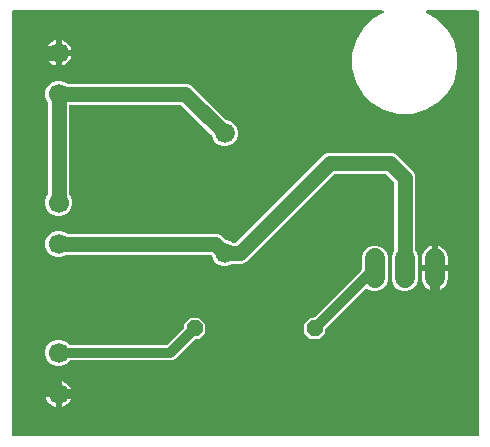
<source format=gbr>
G04 EAGLE Gerber X2 export*
%TF.Part,Single*%
%TF.FileFunction,Copper,L2,Bot,Mixed*%
%TF.FilePolarity,Positive*%
%TF.GenerationSoftware,Autodesk,EAGLE,9.0.0*%
%TF.CreationDate,2018-08-14T10:41:07Z*%
G75*
%MOMM*%
%FSLAX34Y34*%
%LPD*%
%AMOC8*
5,1,8,0,0,1.08239X$1,22.5*%
G01*
%ADD10C,1.700000*%
%ADD11C,1.676400*%
%ADD12C,1.676400*%
%ADD13P,1.429621X8X22.500000*%
%ADD14C,1.270000*%
%ADD15C,0.812800*%

G36*
X404488Y429276D02*
X404488Y429276D01*
X404607Y429283D01*
X404645Y429296D01*
X404686Y429301D01*
X404796Y429344D01*
X404909Y429381D01*
X404944Y429403D01*
X404981Y429418D01*
X405077Y429487D01*
X405178Y429551D01*
X405206Y429581D01*
X405239Y429604D01*
X405315Y429696D01*
X405396Y429783D01*
X405416Y429818D01*
X405441Y429849D01*
X405492Y429957D01*
X405550Y430061D01*
X405560Y430101D01*
X405577Y430137D01*
X405599Y430254D01*
X405629Y430369D01*
X405633Y430429D01*
X405637Y430449D01*
X405635Y430470D01*
X405639Y430530D01*
X405639Y788570D01*
X405624Y788688D01*
X405617Y788807D01*
X405604Y788845D01*
X405599Y788886D01*
X405556Y788996D01*
X405519Y789109D01*
X405497Y789144D01*
X405482Y789181D01*
X405413Y789277D01*
X405349Y789378D01*
X405319Y789406D01*
X405296Y789439D01*
X405204Y789515D01*
X405117Y789596D01*
X405082Y789616D01*
X405051Y789641D01*
X404943Y789692D01*
X404839Y789750D01*
X404799Y789760D01*
X404763Y789777D01*
X404646Y789799D01*
X404531Y789829D01*
X404471Y789833D01*
X404451Y789837D01*
X404430Y789835D01*
X404370Y789839D01*
X361923Y789839D01*
X361778Y789821D01*
X361633Y789806D01*
X361621Y789801D01*
X361607Y789799D01*
X361472Y789746D01*
X361335Y789695D01*
X361324Y789687D01*
X361312Y789682D01*
X361194Y789597D01*
X361074Y789514D01*
X361065Y789503D01*
X361054Y789496D01*
X360962Y789384D01*
X360866Y789273D01*
X360860Y789261D01*
X360851Y789251D01*
X360790Y789119D01*
X360724Y788988D01*
X360722Y788975D01*
X360716Y788963D01*
X360689Y788821D01*
X360658Y788677D01*
X360659Y788664D01*
X360656Y788651D01*
X360665Y788506D01*
X360671Y788360D01*
X360675Y788346D01*
X360676Y788333D01*
X360721Y788195D01*
X360763Y788055D01*
X360770Y788043D01*
X360774Y788031D01*
X360852Y787908D01*
X360927Y787783D01*
X360937Y787773D01*
X360944Y787762D01*
X361050Y787662D01*
X361154Y787560D01*
X361170Y787550D01*
X361176Y787544D01*
X361191Y787536D01*
X361288Y787471D01*
X370193Y782329D01*
X378469Y774053D01*
X384322Y763917D01*
X387351Y752612D01*
X387351Y740908D01*
X384322Y729603D01*
X378469Y719467D01*
X370193Y711191D01*
X360057Y705338D01*
X348752Y702309D01*
X337048Y702309D01*
X325743Y705338D01*
X315607Y711191D01*
X307331Y719467D01*
X301478Y729603D01*
X298449Y740908D01*
X298449Y752612D01*
X301478Y763917D01*
X307331Y774053D01*
X315607Y782329D01*
X324512Y787471D01*
X324628Y787559D01*
X324746Y787644D01*
X324754Y787655D01*
X324765Y787663D01*
X324855Y787777D01*
X324949Y787889D01*
X324954Y787902D01*
X324963Y787912D01*
X325022Y788046D01*
X325084Y788177D01*
X325087Y788190D01*
X325092Y788203D01*
X325117Y788347D01*
X325144Y788490D01*
X325143Y788503D01*
X325145Y788516D01*
X325133Y788662D01*
X325124Y788807D01*
X325120Y788820D01*
X325119Y788833D01*
X325071Y788971D01*
X325026Y789109D01*
X325019Y789121D01*
X325014Y789134D01*
X324934Y789255D01*
X324856Y789378D01*
X324846Y789387D01*
X324839Y789399D01*
X324731Y789496D01*
X324624Y789596D01*
X324612Y789603D01*
X324602Y789612D01*
X324474Y789679D01*
X324346Y789750D01*
X324333Y789753D01*
X324321Y789759D01*
X324179Y789793D01*
X324038Y789829D01*
X324019Y789830D01*
X324011Y789832D01*
X323994Y789832D01*
X323877Y789839D01*
X11430Y789839D01*
X11312Y789824D01*
X11193Y789817D01*
X11155Y789804D01*
X11114Y789799D01*
X11004Y789756D01*
X10891Y789719D01*
X10856Y789697D01*
X10819Y789682D01*
X10723Y789613D01*
X10622Y789549D01*
X10594Y789519D01*
X10561Y789496D01*
X10485Y789404D01*
X10404Y789317D01*
X10384Y789282D01*
X10359Y789251D01*
X10308Y789143D01*
X10250Y789039D01*
X10240Y788999D01*
X10223Y788963D01*
X10201Y788846D01*
X10171Y788731D01*
X10167Y788671D01*
X10163Y788651D01*
X10165Y788630D01*
X10161Y788570D01*
X10161Y430530D01*
X10176Y430412D01*
X10183Y430293D01*
X10196Y430255D01*
X10201Y430214D01*
X10244Y430104D01*
X10281Y429991D01*
X10303Y429956D01*
X10318Y429919D01*
X10387Y429823D01*
X10451Y429722D01*
X10481Y429694D01*
X10504Y429661D01*
X10596Y429585D01*
X10683Y429504D01*
X10718Y429484D01*
X10749Y429459D01*
X10857Y429408D01*
X10961Y429350D01*
X11001Y429340D01*
X11037Y429323D01*
X11154Y429301D01*
X11269Y429271D01*
X11329Y429267D01*
X11349Y429263D01*
X11370Y429265D01*
X11430Y429261D01*
X404370Y429261D01*
X404488Y429276D01*
G37*
%LPC*%
G36*
X340727Y552195D02*
X340727Y552195D01*
X336713Y553858D01*
X333640Y556931D01*
X331977Y560945D01*
X331977Y582055D01*
X333641Y586071D01*
X333698Y586145D01*
X333766Y586217D01*
X333795Y586270D01*
X333832Y586318D01*
X333872Y586409D01*
X333920Y586495D01*
X333935Y586554D01*
X333959Y586610D01*
X333974Y586708D01*
X333999Y586803D01*
X334005Y586903D01*
X334009Y586924D01*
X334007Y586936D01*
X334009Y586964D01*
X334009Y643492D01*
X333997Y643590D01*
X333994Y643689D01*
X333977Y643747D01*
X333969Y643807D01*
X333933Y643899D01*
X333905Y643994D01*
X333875Y644046D01*
X333852Y644103D01*
X333794Y644183D01*
X333744Y644268D01*
X333678Y644344D01*
X333666Y644360D01*
X333656Y644368D01*
X333638Y644389D01*
X326889Y651138D01*
X326811Y651198D01*
X326739Y651266D01*
X326686Y651295D01*
X326638Y651332D01*
X326547Y651372D01*
X326460Y651420D01*
X326402Y651435D01*
X326346Y651459D01*
X326248Y651474D01*
X326152Y651499D01*
X326052Y651505D01*
X326032Y651509D01*
X326020Y651507D01*
X325992Y651509D01*
X283608Y651509D01*
X283510Y651497D01*
X283411Y651494D01*
X283353Y651477D01*
X283293Y651469D01*
X283201Y651433D01*
X283106Y651405D01*
X283054Y651375D01*
X282997Y651352D01*
X282917Y651294D01*
X282832Y651244D01*
X282756Y651178D01*
X282740Y651166D01*
X282732Y651156D01*
X282711Y651138D01*
X210916Y579342D01*
X208236Y576663D01*
X204969Y575309D01*
X197582Y575309D01*
X197484Y575297D01*
X197385Y575294D01*
X197327Y575277D01*
X197267Y575269D01*
X197174Y575233D01*
X197079Y575205D01*
X197027Y575175D01*
X196971Y575152D01*
X196891Y575094D01*
X196805Y575044D01*
X196730Y574978D01*
X196713Y574966D01*
X196706Y574956D01*
X196688Y574940D01*
X192673Y573277D01*
X188327Y573277D01*
X184313Y574940D01*
X181240Y578013D01*
X179562Y582064D01*
X179555Y582177D01*
X179542Y582215D01*
X179537Y582256D01*
X179494Y582366D01*
X179457Y582479D01*
X179435Y582514D01*
X179420Y582551D01*
X179351Y582647D01*
X179287Y582748D01*
X179257Y582776D01*
X179234Y582809D01*
X179142Y582885D01*
X179055Y582966D01*
X179020Y582986D01*
X178989Y583011D01*
X178881Y583062D01*
X178777Y583120D01*
X178737Y583130D01*
X178701Y583147D01*
X178584Y583169D01*
X178469Y583199D01*
X178409Y583203D01*
X178389Y583207D01*
X178368Y583205D01*
X178308Y583209D01*
X57049Y583209D01*
X56951Y583197D01*
X56852Y583194D01*
X56794Y583177D01*
X56733Y583169D01*
X56641Y583133D01*
X56546Y583105D01*
X56494Y583075D01*
X56438Y583052D01*
X56358Y582994D01*
X56272Y582944D01*
X56197Y582878D01*
X56180Y582866D01*
X56172Y582856D01*
X56151Y582837D01*
X56054Y582740D01*
X51996Y581059D01*
X47604Y581059D01*
X43546Y582740D01*
X40440Y585846D01*
X38759Y589904D01*
X38759Y594296D01*
X40440Y598354D01*
X43546Y601460D01*
X47604Y603141D01*
X51996Y603141D01*
X56054Y601460D01*
X56151Y601363D01*
X56230Y601302D01*
X56302Y601234D01*
X56355Y601205D01*
X56403Y601168D01*
X56494Y601128D01*
X56580Y601080D01*
X56639Y601065D01*
X56694Y601041D01*
X56792Y601026D01*
X56888Y601001D01*
X56988Y600995D01*
X57009Y600991D01*
X57021Y600993D01*
X57049Y600991D01*
X184369Y600991D01*
X187636Y599637D01*
X191779Y595494D01*
X191857Y595434D01*
X191929Y595366D01*
X191982Y595337D01*
X192030Y595300D01*
X192121Y595260D01*
X192208Y595212D01*
X192266Y595197D01*
X192322Y595173D01*
X192420Y595158D01*
X192516Y595133D01*
X192616Y595127D01*
X192636Y595123D01*
X192648Y595125D01*
X192672Y595123D01*
X196689Y593459D01*
X196763Y593402D01*
X196835Y593334D01*
X196888Y593305D01*
X196936Y593268D01*
X197027Y593228D01*
X197113Y593180D01*
X197172Y593165D01*
X197228Y593141D01*
X197325Y593126D01*
X197421Y593101D01*
X197522Y593095D01*
X197542Y593091D01*
X197554Y593093D01*
X197582Y593091D01*
X198992Y593091D01*
X199090Y593103D01*
X199189Y593106D01*
X199247Y593123D01*
X199307Y593131D01*
X199399Y593167D01*
X199494Y593195D01*
X199547Y593225D01*
X199603Y593248D01*
X199683Y593306D01*
X199768Y593356D01*
X199844Y593422D01*
X199860Y593434D01*
X199868Y593444D01*
X199889Y593462D01*
X274364Y667937D01*
X277631Y669291D01*
X331969Y669291D01*
X335236Y667937D01*
X347758Y655416D01*
X350437Y652736D01*
X351791Y649469D01*
X351791Y586964D01*
X351803Y586866D01*
X351806Y586767D01*
X351823Y586709D01*
X351831Y586649D01*
X351867Y586556D01*
X351895Y586461D01*
X351925Y586409D01*
X351948Y586353D01*
X352006Y586273D01*
X352056Y586187D01*
X352122Y586112D01*
X352134Y586096D01*
X352144Y586088D01*
X352160Y586070D01*
X353823Y582055D01*
X353823Y560945D01*
X352160Y556931D01*
X349087Y553858D01*
X345073Y552195D01*
X340727Y552195D01*
G37*
%LPD*%
%LPC*%
G36*
X47604Y616059D02*
X47604Y616059D01*
X43546Y617740D01*
X40440Y620846D01*
X38759Y624904D01*
X38759Y629296D01*
X40440Y633354D01*
X40537Y633451D01*
X40598Y633529D01*
X40666Y633602D01*
X40695Y633655D01*
X40732Y633703D01*
X40772Y633794D01*
X40820Y633880D01*
X40835Y633939D01*
X40859Y633994D01*
X40874Y634092D01*
X40899Y634188D01*
X40905Y634288D01*
X40909Y634309D01*
X40907Y634321D01*
X40909Y634349D01*
X40909Y711851D01*
X40897Y711949D01*
X40894Y712048D01*
X40877Y712106D01*
X40869Y712167D01*
X40833Y712259D01*
X40805Y712354D01*
X40775Y712406D01*
X40752Y712462D01*
X40694Y712542D01*
X40644Y712628D01*
X40578Y712703D01*
X40566Y712720D01*
X40556Y712728D01*
X40537Y712749D01*
X40440Y712846D01*
X38759Y716904D01*
X38759Y721296D01*
X40440Y725354D01*
X43546Y728460D01*
X47604Y730141D01*
X51996Y730141D01*
X56054Y728460D01*
X56151Y728363D01*
X56230Y728302D01*
X56302Y728234D01*
X56355Y728205D01*
X56403Y728168D01*
X56494Y728128D01*
X56580Y728080D01*
X56639Y728065D01*
X56694Y728041D01*
X56792Y728026D01*
X56888Y728001D01*
X56988Y727995D01*
X57009Y727991D01*
X57021Y727993D01*
X57049Y727991D01*
X158969Y727991D01*
X162236Y726637D01*
X191779Y697094D01*
X191857Y697034D01*
X191929Y696966D01*
X191982Y696937D01*
X192030Y696900D01*
X192121Y696860D01*
X192208Y696812D01*
X192266Y696797D01*
X192322Y696773D01*
X192420Y696758D01*
X192516Y696733D01*
X192616Y696727D01*
X192636Y696723D01*
X192648Y696725D01*
X192672Y696723D01*
X196687Y695060D01*
X199760Y691987D01*
X201423Y687973D01*
X201423Y683627D01*
X199760Y679613D01*
X196687Y676540D01*
X192673Y674877D01*
X188327Y674877D01*
X184313Y676540D01*
X181240Y679613D01*
X179577Y683629D01*
X179565Y683722D01*
X179562Y683821D01*
X179545Y683879D01*
X179537Y683939D01*
X179501Y684031D01*
X179473Y684126D01*
X179443Y684178D01*
X179420Y684235D01*
X179362Y684315D01*
X179312Y684400D01*
X179246Y684476D01*
X179234Y684492D01*
X179224Y684500D01*
X179206Y684521D01*
X153889Y709838D01*
X153811Y709898D01*
X153739Y709966D01*
X153686Y709995D01*
X153638Y710032D01*
X153547Y710072D01*
X153460Y710120D01*
X153402Y710135D01*
X153346Y710159D01*
X153248Y710174D01*
X153152Y710199D01*
X153052Y710205D01*
X153032Y710209D01*
X153020Y710207D01*
X152992Y710209D01*
X59960Y710209D01*
X59842Y710194D01*
X59723Y710187D01*
X59685Y710174D01*
X59644Y710169D01*
X59534Y710126D01*
X59421Y710089D01*
X59386Y710067D01*
X59349Y710052D01*
X59253Y709983D01*
X59152Y709919D01*
X59124Y709889D01*
X59091Y709866D01*
X59015Y709774D01*
X58934Y709687D01*
X58914Y709652D01*
X58889Y709621D01*
X58838Y709513D01*
X58780Y709409D01*
X58770Y709369D01*
X58753Y709333D01*
X58731Y709216D01*
X58701Y709101D01*
X58697Y709041D01*
X58693Y709021D01*
X58695Y709000D01*
X58691Y708940D01*
X58691Y634349D01*
X58703Y634251D01*
X58706Y634152D01*
X58723Y634094D01*
X58731Y634033D01*
X58767Y633941D01*
X58795Y633846D01*
X58825Y633794D01*
X58848Y633738D01*
X58906Y633658D01*
X58956Y633572D01*
X59022Y633497D01*
X59034Y633480D01*
X59044Y633472D01*
X59063Y633451D01*
X59160Y633354D01*
X60841Y629296D01*
X60841Y624904D01*
X59160Y620846D01*
X56054Y617740D01*
X51996Y616059D01*
X47604Y616059D01*
G37*
%LPD*%
%LPC*%
G36*
X47604Y489059D02*
X47604Y489059D01*
X43546Y490740D01*
X40440Y493846D01*
X38759Y497904D01*
X38759Y502296D01*
X40440Y506354D01*
X43546Y509460D01*
X47604Y511141D01*
X51996Y511141D01*
X56054Y509460D01*
X58437Y507076D01*
X58516Y507016D01*
X58588Y506948D01*
X58641Y506919D01*
X58689Y506882D01*
X58780Y506842D01*
X58866Y506794D01*
X58925Y506779D01*
X58981Y506755D01*
X59079Y506740D01*
X59174Y506715D01*
X59274Y506709D01*
X59295Y506705D01*
X59307Y506707D01*
X59335Y506705D01*
X141238Y506705D01*
X141337Y506717D01*
X141436Y506720D01*
X141494Y506737D01*
X141554Y506745D01*
X141646Y506781D01*
X141741Y506809D01*
X141793Y506839D01*
X141850Y506862D01*
X141930Y506920D01*
X142015Y506970D01*
X142091Y507036D01*
X142107Y507048D01*
X142115Y507058D01*
X142136Y507076D01*
X155584Y520524D01*
X155644Y520602D01*
X155712Y520674D01*
X155741Y520727D01*
X155778Y520775D01*
X155818Y520866D01*
X155866Y520953D01*
X155881Y521011D01*
X155905Y521067D01*
X155920Y521165D01*
X155945Y521261D01*
X155951Y521361D01*
X155955Y521381D01*
X155953Y521393D01*
X155955Y521421D01*
X155955Y524488D01*
X161312Y529845D01*
X168888Y529845D01*
X174245Y524488D01*
X174245Y516912D01*
X168888Y511555D01*
X165821Y511555D01*
X165723Y511543D01*
X165624Y511540D01*
X165566Y511523D01*
X165506Y511515D01*
X165414Y511479D01*
X165319Y511451D01*
X165267Y511421D01*
X165210Y511398D01*
X165130Y511340D01*
X165045Y511290D01*
X164970Y511224D01*
X164953Y511212D01*
X164945Y511202D01*
X164924Y511184D01*
X148241Y494501D01*
X145814Y493495D01*
X59335Y493495D01*
X59237Y493483D01*
X59138Y493480D01*
X59080Y493463D01*
X59019Y493455D01*
X58927Y493419D01*
X58832Y493391D01*
X58780Y493361D01*
X58724Y493338D01*
X58644Y493280D01*
X58558Y493230D01*
X58483Y493164D01*
X58466Y493152D01*
X58459Y493142D01*
X58437Y493124D01*
X56054Y490740D01*
X51996Y489059D01*
X47604Y489059D01*
G37*
%LPD*%
%LPC*%
G36*
X262912Y511555D02*
X262912Y511555D01*
X257555Y516912D01*
X257555Y524488D01*
X262912Y529845D01*
X265979Y529845D01*
X266077Y529857D01*
X266176Y529860D01*
X266234Y529877D01*
X266294Y529885D01*
X266386Y529921D01*
X266481Y529949D01*
X266533Y529979D01*
X266590Y530002D01*
X266670Y530060D01*
X266755Y530110D01*
X266831Y530176D01*
X266847Y530188D01*
X266855Y530198D01*
X266876Y530216D01*
X306206Y569546D01*
X306266Y569624D01*
X306334Y569696D01*
X306363Y569749D01*
X306400Y569797D01*
X306440Y569888D01*
X306488Y569975D01*
X306503Y570033D01*
X306527Y570089D01*
X306542Y570187D01*
X306567Y570283D01*
X306573Y570383D01*
X306577Y570403D01*
X306575Y570415D01*
X306577Y570443D01*
X306577Y582055D01*
X308240Y586069D01*
X311313Y589142D01*
X315327Y590805D01*
X319673Y590805D01*
X323687Y589142D01*
X326760Y586069D01*
X328423Y582055D01*
X328423Y560945D01*
X326760Y556931D01*
X323687Y553858D01*
X319673Y552195D01*
X315327Y552195D01*
X311313Y553858D01*
X311153Y554018D01*
X311059Y554091D01*
X310970Y554169D01*
X310934Y554188D01*
X310902Y554213D01*
X310793Y554260D01*
X310687Y554314D01*
X310647Y554323D01*
X310610Y554339D01*
X310492Y554358D01*
X310376Y554384D01*
X310336Y554383D01*
X310296Y554389D01*
X310177Y554378D01*
X310058Y554374D01*
X310020Y554363D01*
X309979Y554359D01*
X309867Y554319D01*
X309753Y554286D01*
X309718Y554265D01*
X309680Y554251D01*
X309582Y554185D01*
X309479Y554124D01*
X309434Y554084D01*
X309417Y554073D01*
X309403Y554058D01*
X309358Y554018D01*
X276216Y520876D01*
X276156Y520798D01*
X276088Y520726D01*
X276059Y520673D01*
X276022Y520625D01*
X275982Y520534D01*
X275934Y520447D01*
X275919Y520389D01*
X275895Y520333D01*
X275880Y520235D01*
X275855Y520139D01*
X275849Y520039D01*
X275845Y520019D01*
X275847Y520007D01*
X275845Y519979D01*
X275845Y516912D01*
X270488Y511555D01*
X262912Y511555D01*
G37*
%LPD*%
%LPC*%
G36*
X370839Y574039D02*
X370839Y574039D01*
X370839Y590539D01*
X370858Y590536D01*
X372493Y590005D01*
X374025Y589224D01*
X375416Y588213D01*
X376631Y586998D01*
X377642Y585607D01*
X378423Y584075D01*
X378954Y582440D01*
X379223Y580742D01*
X379223Y574039D01*
X370839Y574039D01*
G37*
%LPD*%
%LPC*%
G36*
X370839Y568961D02*
X370839Y568961D01*
X379223Y568961D01*
X379223Y562258D01*
X378954Y560560D01*
X378423Y558925D01*
X377642Y557393D01*
X376631Y556002D01*
X375416Y554787D01*
X374025Y553776D01*
X372493Y552995D01*
X370858Y552464D01*
X370839Y552461D01*
X370839Y568961D01*
G37*
%LPD*%
%LPC*%
G36*
X357377Y574039D02*
X357377Y574039D01*
X357377Y580742D01*
X357646Y582440D01*
X358177Y584075D01*
X358958Y585607D01*
X359969Y586998D01*
X361184Y588213D01*
X362575Y589224D01*
X364107Y590005D01*
X365742Y590536D01*
X365761Y590539D01*
X365761Y574039D01*
X357377Y574039D01*
G37*
%LPD*%
%LPC*%
G36*
X365742Y552464D02*
X365742Y552464D01*
X364107Y552995D01*
X362575Y553776D01*
X361184Y554787D01*
X359969Y556002D01*
X358958Y557393D01*
X358177Y558925D01*
X357646Y560560D01*
X357377Y562258D01*
X357377Y568961D01*
X365761Y568961D01*
X365761Y552461D01*
X365742Y552464D01*
G37*
%LPD*%
%LPC*%
G36*
X52339Y756639D02*
X52339Y756639D01*
X52339Y764876D01*
X52385Y764869D01*
X54038Y764332D01*
X55587Y763543D01*
X56993Y762521D01*
X58221Y761293D01*
X59243Y759887D01*
X60032Y758338D01*
X60569Y756685D01*
X60576Y756639D01*
X52339Y756639D01*
G37*
%LPD*%
%LPC*%
G36*
X52339Y467639D02*
X52339Y467639D01*
X52339Y475876D01*
X52385Y475869D01*
X54038Y475332D01*
X55587Y474543D01*
X56993Y473521D01*
X58221Y472293D01*
X59243Y470887D01*
X60032Y469338D01*
X60569Y467685D01*
X60576Y467639D01*
X52339Y467639D01*
G37*
%LPD*%
%LPC*%
G36*
X39024Y756639D02*
X39024Y756639D01*
X39031Y756685D01*
X39568Y758338D01*
X40357Y759887D01*
X41379Y761293D01*
X42607Y762521D01*
X44013Y763543D01*
X45562Y764332D01*
X47215Y764869D01*
X47261Y764876D01*
X47261Y756639D01*
X39024Y756639D01*
G37*
%LPD*%
%LPC*%
G36*
X52339Y751561D02*
X52339Y751561D01*
X60576Y751561D01*
X60569Y751515D01*
X60032Y749862D01*
X59243Y748313D01*
X58221Y746907D01*
X56993Y745679D01*
X55587Y744657D01*
X54038Y743868D01*
X52385Y743331D01*
X52339Y743324D01*
X52339Y751561D01*
G37*
%LPD*%
%LPC*%
G36*
X39024Y467639D02*
X39024Y467639D01*
X39031Y467685D01*
X39568Y469338D01*
X40357Y470887D01*
X41379Y472293D01*
X42607Y473521D01*
X44013Y474543D01*
X45562Y475332D01*
X47215Y475869D01*
X47261Y475876D01*
X47261Y467639D01*
X39024Y467639D01*
G37*
%LPD*%
%LPC*%
G36*
X52339Y462561D02*
X52339Y462561D01*
X60576Y462561D01*
X60569Y462515D01*
X60032Y460862D01*
X59243Y459313D01*
X58221Y457907D01*
X56993Y456679D01*
X55587Y455657D01*
X54038Y454868D01*
X52385Y454331D01*
X52339Y454324D01*
X52339Y462561D01*
G37*
%LPD*%
%LPC*%
G36*
X47215Y743331D02*
X47215Y743331D01*
X45562Y743868D01*
X44013Y744657D01*
X42607Y745679D01*
X41379Y746907D01*
X40357Y748313D01*
X39568Y749862D01*
X39031Y751515D01*
X39024Y751561D01*
X47261Y751561D01*
X47261Y743324D01*
X47215Y743331D01*
G37*
%LPD*%
%LPC*%
G36*
X47215Y454331D02*
X47215Y454331D01*
X45562Y454868D01*
X44013Y455657D01*
X42607Y456679D01*
X41379Y457907D01*
X40357Y459313D01*
X39568Y460862D01*
X39031Y462515D01*
X39024Y462561D01*
X47261Y462561D01*
X47261Y454324D01*
X47215Y454331D01*
G37*
%LPD*%
%LPC*%
G36*
X49799Y754099D02*
X49799Y754099D01*
X49799Y754101D01*
X49801Y754101D01*
X49801Y754099D01*
X49799Y754099D01*
G37*
%LPD*%
%LPC*%
G36*
X368299Y571499D02*
X368299Y571499D01*
X368299Y571501D01*
X368301Y571501D01*
X368301Y571499D01*
X368299Y571499D01*
G37*
%LPD*%
%LPC*%
G36*
X49799Y465099D02*
X49799Y465099D01*
X49799Y465101D01*
X49801Y465101D01*
X49801Y465099D01*
X49799Y465099D01*
G37*
%LPD*%
D10*
X49800Y627100D03*
X49800Y592100D03*
X49800Y754100D03*
X49800Y719100D03*
D11*
X190500Y584200D03*
X190500Y685800D03*
D12*
X317500Y579882D02*
X317500Y563118D01*
X342900Y563118D02*
X342900Y579882D01*
X368300Y579882D02*
X368300Y563118D01*
D10*
X49800Y500100D03*
X49800Y465100D03*
D13*
X165100Y520700D03*
X266700Y520700D03*
D14*
X157200Y719100D02*
X49800Y719100D01*
X157200Y719100D02*
X190500Y685800D01*
X49800Y719100D02*
X49800Y627100D01*
X49800Y754100D02*
X30200Y754100D01*
X16510Y740410D01*
X16510Y498390D02*
X49800Y465100D01*
X16510Y498390D02*
X16510Y740410D01*
D15*
X368300Y571500D02*
X368300Y546100D01*
X287300Y465100D02*
X49800Y465100D01*
X287300Y465100D02*
X368300Y546100D01*
D14*
X182600Y592100D02*
X49800Y592100D01*
X182600Y592100D02*
X190500Y584200D01*
X203200Y584200D01*
X279400Y660400D02*
X330200Y660400D01*
X342900Y647700D01*
X342900Y571500D01*
X279400Y660400D02*
X203200Y584200D01*
D15*
X266700Y520700D02*
X317500Y571500D01*
X144500Y500100D02*
X49800Y500100D01*
X144500Y500100D02*
X165100Y520700D01*
M02*

</source>
